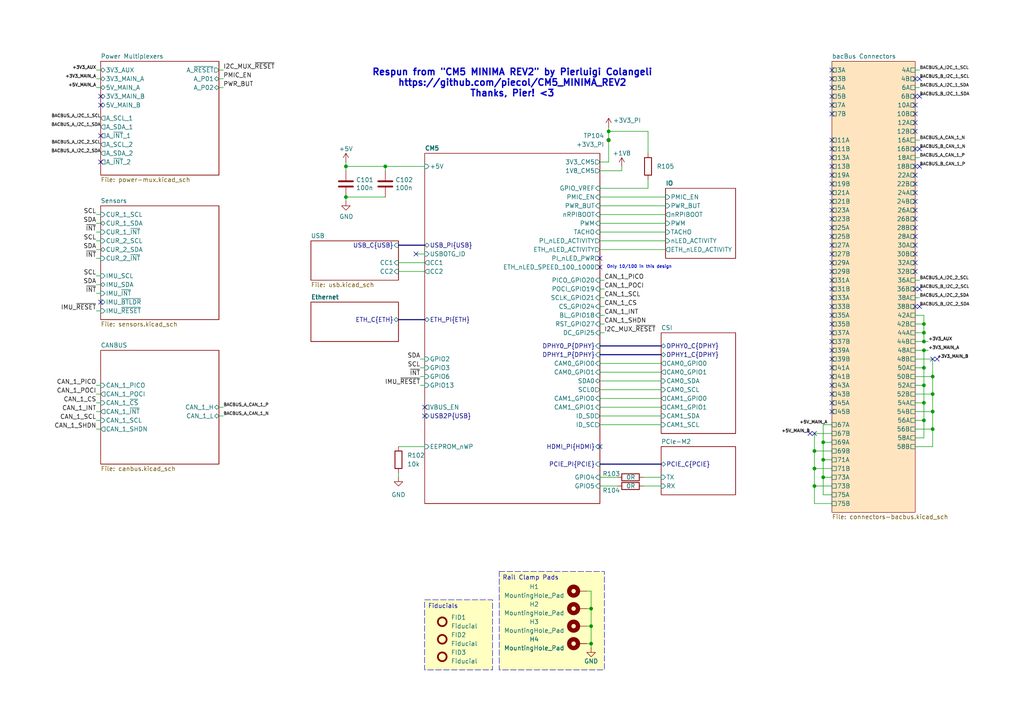
<source format=kicad_sch>
(kicad_sch (version 20231120) (generator "eeschema") (generator_version "8.0")
  (paper "A4")
  (title_block (title "bac SBC Raspberry Pi CM5 Carrier Board v1") (date "2025-03-23") (rev "1") (company "Build a CubeSat") (comment 1 "Original: P. Colangeli, respin: M. Imboden") (comment 2 "CERN-OHL-S-2.0") (comment 3 "https://buildacubesat.space") (comment 4 "Respun from \"CM5 MINIMA REV2\" by Pierluigi Colangeli") (comment 5 "https://github.com/piecol/CM5_MINIMA_REV2") (comment 6 "Thanks, Pier!"))
  (lib_symbols
    (symbol "Connector:TestPoint_Small" (pin_numbers hide) (pin_names (offset 0.762) hide)
      (property "Reference" "TP" (at 0 3.81 0))
      (property "Value" "TestPoint_Small" (at 0 2.032 0))
      (symbol "TestPoint_Small_0_1"
        (circle (center 0 0) (radius 0.508))
      )
      (symbol "TestPoint_Small_1_1"
        (pin passive line (at 0 0 90) (length 0) (name "1") (number "1"))
      )
    )
    (symbol "Device:C" (pin_numbers hide) (pin_names (offset 0.254))
      (property "Reference" "C" (at 0.635 2.54 0))
      (property "Value" "C" (at 0.635 -2.54 0))
      (symbol "C_0_1"
        (polyline (pts (xy -2.032 -0.762) (xy 2.032 -0.762)) (stroke (width 0.508)))
        (polyline (pts (xy -2.032 0.762) (xy 2.032 0.762)) (stroke (width 0.508)))
      )
      (symbol "C_1_1"
        (pin passive line (at 0 3.81 270) (length 2.794) (name "~") (number "1"))
        (pin passive line (at 0 -3.81 90) (length 2.794) (name "~") (number "2"))
      )
    )
    (symbol "Device:R" (pin_numbers hide) (pin_names (offset 0))
      (property "Reference" "R" (at 2.032 0 90))
      (property "Value" "R" (at 0 0 90))
      (symbol "R_0_1"
        (rectangle (start -1.016 -2.54) (end 1.016 2.54) (stroke (width 0.254)))
      )
      (symbol "R_1_1"
        (pin passive line (at 0 3.81 270) (length 1.27) (name "~") (number "1"))
        (pin passive line (at 0 -3.81 90) (length 1.27) (name "~") (number "2"))
      )
    )
    (symbol "Mechanical:Fiducial" (exclude_from_sim yes) (in_bom no)
      (property "Reference" "FID" (at 0 5.08 0))
      (property "Value" "Fiducial" (at 0 3.175 0))
      (symbol "Fiducial_0_1"
        (circle (center 0 0) (radius 1.27) (stroke (width 0.508)) (fill (type background)))
      )
    )
    (symbol "Mechanical:MountingHole_Pad" (pin_numbers hide) (pin_names (offset 1.016) hide) (exclude_from_sim yes) (in_bom no)
      (property "Reference" "H" (at 0 6.35 0))
      (property "Value" "MountingHole_Pad" (at 0 4.445 0))
      (symbol "MountingHole_Pad_0_1"
        (circle (center 0 1.27) (radius 1.27) (stroke (width 1.27)))
      )
      (symbol "MountingHole_Pad_1_1"
        (pin input line (at 0 -2.54 90) (length 2.54) (name "1") (number "1"))
      )
    )
    (symbol "power:+1V8" (power) (pin_numbers hide) (pin_names (offset 0) hide)
      (property "Value" "+1V8" (at 0 3.556 0))
      (symbol "+1V8_0_1"
        (polyline (pts (xy -0.762 1.27) (xy 0 2.54)))
        (polyline (pts (xy 0 0) (xy 0 2.54)))
        (polyline (pts (xy 0 2.54) (xy 0.762 1.27)))
      )
      (symbol "+1V8_1_1"
        (pin power_in line (at 0 0 90) (length 0) (name "~") (number "1"))
      )
    )
    (symbol "power:+3.3V" (power) (pin_numbers hide) (pin_names (offset 0) hide)
      (property "Value" "+3.3V" (at 0 3.556 0))
      (symbol "+3.3V_0_1"
        (polyline (pts (xy -0.762 1.27) (xy 0 2.54)))
        (polyline (pts (xy 0 0) (xy 0 2.54)))
        (polyline (pts (xy 0 2.54) (xy 0.762 1.27)))
      )
      (symbol "+3.3V_1_1"
        (pin power_in line (at 0 0 90) (length 0) (name "~") (number "1"))
      )
    )
    (symbol "power:+3V3" (power) (pin_numbers hide) (pin_names (offset 0) hide)
      (property "Value" "+3V3" (at 0 3.556 0))
      (symbol "+3V3_0_1"
        (polyline (pts (xy -0.762 1.27) (xy 0 2.54)))
        (polyline (pts (xy 0 0) (xy 0 2.54)))
        (polyline (pts (xy 0 2.54) (xy 0.762 1.27)))
      )
      (symbol "+3V3_1_1"
        (pin power_in line (at 0 0 90) (length 0) (name "~") (number "1"))
      )
    )
    (symbol "power:GND" (power) (pin_numbers hide) (pin_names (offset 0) hide)
      (property "Value" "GND" (at 0 -3.81 0))
      (symbol "GND_0_1"
        (polyline (pts (xy 0 0) (xy 0 -1.27) (xy 1.27 -1.27) (xy 0 -2.54) (xy -1.27 -1.27) (xy 0 -1.27)))
      )
      (symbol "GND_1_1"
        (pin power_in line (at 0 0 270) (length 0) (name "~") (number "1"))
      )
    )
  )
  (bus_alias "USB" (members "D_P" "D_N"))
  (junction (at 267.97 93.98))
  (junction (at 270.51 109.22))
  (junction (at 267.97 96.52))
  (junction (at 100.33 48.26))
  (junction (at 238.76 133.35))
  (junction (at 111.76 48.26))
  (junction (at 267.97 99.06))
  (junction (at 270.51 119.38))
  (junction (at 171.45 176.53))
  (junction (at 236.22 135.89))
  (junction (at 236.22 130.81))
  (junction (at 238.76 138.43))
  (junction (at 171.45 186.69))
  (junction (at 267.97 111.76))
  (junction (at 236.22 140.97))
  (junction (at 171.45 181.61))
  (junction (at 176.53 40.64))
  (junction (at 238.76 128.27))
  (junction (at 267.97 116.84))
  (junction (at 270.51 124.46))
  (junction (at 267.97 106.68))
  (junction (at 176.53 38.1))
  (junction (at 267.97 121.92))
  (junction (at 270.51 114.3))
  (junction (at 267.97 101.6))
  (junction (at 100.33 57.15))
  (no_connect (at 265.43 55.88))
  (no_connect (at 241.3 30.48))
  (no_connect (at 29.21 27.94))
  (no_connect (at 265.43 27.94))
  (no_connect (at 266.7 83.82))
  (no_connect (at 265.43 76.2))
  (no_connect (at 241.3 73.66))
  (no_connect (at 270.51 104.14))
  (no_connect (at 241.3 81.28))
  (no_connect (at 241.3 76.2))
  (no_connect (at 241.3 60.96))
  (no_connect (at 266.7 48.26))
  (no_connect (at 265.43 88.9))
  (no_connect (at 266.7 27.94))
  (no_connect (at 265.43 43.18))
  (no_connect (at 241.3 119.38))
  (no_connect (at 241.3 50.8))
  (no_connect (at 120.65 73.66))
  (no_connect (at 241.3 20.32))
  (no_connect (at 241.3 22.86))
  (no_connect (at 265.43 35.56))
  (no_connect (at 241.3 40.64))
  (no_connect (at 265.43 60.96))
  (no_connect (at 265.43 78.74))
  (no_connect (at 265.43 22.86))
  (no_connect (at 241.3 55.88))
  (no_connect (at 234.95 125.73))
  (no_connect (at 241.3 53.34))
  (no_connect (at 123.19 118.11))
  (no_connect (at 241.3 25.4))
  (no_connect (at 236.22 125.73))
  (no_connect (at 265.43 71.12))
  (no_connect (at 271.78 104.14))
  (no_connect (at 241.3 63.5))
  (no_connect (at 241.3 45.72))
  (no_connect (at 265.43 73.66))
  (no_connect (at 123.19 120.65))
  (no_connect (at 266.7 43.18))
  (no_connect (at 241.3 88.9))
  (no_connect (at 266.7 88.9))
  (no_connect (at 241.3 48.26))
  (no_connect (at 265.43 63.5))
  (no_connect (at 29.21 46.99))
  (no_connect (at 241.3 27.94))
  (no_connect (at 265.43 53.34))
  (no_connect (at 265.43 30.48))
  (no_connect (at 241.3 93.98))
  (no_connect (at 173.99 77.47))
  (no_connect (at 241.3 91.44))
  (no_connect (at 241.3 58.42))
  (no_connect (at 265.43 38.1))
  (no_connect (at 241.3 83.82))
  (no_connect (at 241.3 43.18))
  (no_connect (at 265.43 58.42))
  (no_connect (at 241.3 104.14))
  (no_connect (at 265.43 83.82))
  (no_connect (at 241.3 109.22))
  (no_connect (at 173.99 129.54))
  (no_connect (at 265.43 68.58))
  (no_connect (at 241.3 99.06))
  (no_connect (at 266.7 22.86))
  (no_connect (at 29.21 30.48))
  (no_connect (at 241.3 71.12))
  (no_connect (at 241.3 86.36))
  (no_connect (at 241.3 116.84))
  (no_connect (at 241.3 101.6))
  (no_connect (at 241.3 33.02))
  (no_connect (at 241.3 114.3))
  (no_connect (at 241.3 96.52))
  (no_connect (at 173.99 74.93))
  (no_connect (at 265.43 33.02))
  (no_connect (at 241.3 68.58))
  (no_connect (at 265.43 48.26))
  (no_connect (at 265.43 50.8))
  (no_connect (at 241.3 78.74))
  (no_connect (at 241.3 66.04))
  (no_connect (at 29.21 87.63))
  (no_connect (at 29.21 39.37))
  (no_connect (at 241.3 106.68))
  (no_connect (at 265.43 66.04))
  (no_connect (at 241.3 111.76))
  (wire (pts (xy 270.51 114.3) (xy 270.51 119.38)))
  (wire (pts (xy 236.22 140.97) (xy 241.3 140.97)))
  (wire (pts (xy 173.99 67.31) (xy 193.04 67.31)))
  (wire (pts (xy 175.26 86.36) (xy 173.99 86.36)))
  (wire (pts (xy 121.92 111.76) (xy 123.19 111.76)))
  (wire (pts (xy 267.97 91.44) (xy 267.97 93.98)))
  (wire (pts (xy 265.43 101.6) (xy 267.97 101.6)))
  (wire (pts (xy 265.43 91.44) (xy 267.97 91.44)))
  (wire (pts (xy 27.94 111.76) (xy 29.21 111.76)))
  (wire (pts (xy 27.94 114.3) (xy 29.21 114.3)))
  (wire (pts (xy 236.22 130.81) (xy 236.22 135.89)))
  (wire (pts (xy 267.97 116.84) (xy 267.97 121.92)))
  (wire (pts (xy 27.94 85.09) (xy 29.21 85.09)))
  (wire (pts (xy 176.53 46.99) (xy 173.99 46.99)))
  (wire (pts (xy 236.22 130.81) (xy 241.3 130.81)))
  (wire (pts (xy 173.99 54.61) (xy 187.96 54.61)))
  (wire (pts (xy 270.51 124.46) (xy 265.43 124.46)))
  (wire (pts (xy 111.76 49.53) (xy 111.76 48.26)))
  (wire (pts (xy 236.22 125.73) (xy 236.22 130.81)))
  (wire (pts (xy 187.96 52.07) (xy 187.96 54.61)))
  (wire (pts (xy 27.94 22.86) (xy 29.21 22.86)))
  (wire (pts (xy 270.51 114.3) (xy 265.43 114.3)))
  (wire (pts (xy 238.76 143.51) (xy 241.3 143.51)))
  (wire (pts (xy 27.94 74.93) (xy 29.21 74.93)))
  (wire (pts (xy 173.99 57.15) (xy 193.04 57.15)))
  (wire (pts (xy 176.53 40.64) (xy 176.53 46.99)))
  (wire (pts (xy 238.76 128.27) (xy 241.3 128.27)))
  (wire (pts (xy 267.97 106.68) (xy 265.43 106.68)))
  (wire (pts (xy 173.99 105.41) (xy 191.77 105.41)))
  (wire (pts (xy 27.94 80.01) (xy 29.21 80.01)))
  (wire (pts (xy 236.22 125.73) (xy 241.3 125.73)))
  (wire (pts (xy 270.51 129.54) (xy 265.43 129.54)))
  (wire (pts (xy 265.43 45.72) (xy 266.7 45.72)))
  (wire (pts (xy 173.99 115.57) (xy 191.77 115.57)))
  (wire (pts (xy 270.51 104.14) (xy 265.43 104.14)))
  (wire (pts (xy 236.22 135.89) (xy 236.22 140.97)))
  (wire (pts (xy 238.76 123.19) (xy 241.3 123.19)))
  (wire (pts (xy 63.5 118.11) (xy 64.77 118.11)))
  (wire (pts (xy 265.43 93.98) (xy 267.97 93.98)))
  (wire (pts (xy 267.97 99.06) (xy 265.43 99.06)))
  (wire (pts (xy 238.76 133.35) (xy 241.3 133.35)))
  (wire (pts (xy 173.99 72.39) (xy 193.04 72.39)))
  (wire (pts (xy 27.94 82.55) (xy 29.21 82.55)))
  (wire (pts (xy 173.99 59.69) (xy 193.04 59.69)))
  (wire (pts (xy 236.22 135.89) (xy 241.3 135.89)))
  (wire (pts (xy 173.99 64.77) (xy 193.04 64.77)))
  (wire (pts (xy 173.99 69.85) (xy 193.04 69.85)))
  (wire (pts (xy 100.33 57.15) (xy 111.76 57.15)))
  (bus (pts (xy 173.99 102.87) (xy 191.77 102.87)))
  (wire (pts (xy 63.5 20.32) (xy 64.77 20.32)))
  (wire (pts (xy 121.92 109.22) (xy 123.19 109.22)))
  (wire (pts (xy 265.43 96.52) (xy 267.97 96.52)))
  (wire (pts (xy 173.99 123.19) (xy 191.77 123.19)))
  (wire (pts (xy 270.51 104.14) (xy 270.51 109.22)))
  (wire (pts (xy 170.18 186.69) (xy 171.45 186.69)))
  (wire (pts (xy 267.97 121.92) (xy 265.43 121.92)))
  (wire (pts (xy 111.76 48.26) (xy 123.19 48.26)))
  (wire (pts (xy 173.99 49.53) (xy 180.34 49.53)))
  (wire (pts (xy 115.57 78.74) (xy 123.19 78.74)))
  (wire (pts (xy 115.57 137.16) (xy 115.57 138.43)))
  (wire (pts (xy 236.22 140.97) (xy 236.22 146.05)))
  (wire (pts (xy 27.94 119.38) (xy 29.21 119.38)))
  (wire (pts (xy 173.99 118.11) (xy 191.77 118.11)))
  (wire (pts (xy 187.96 38.1) (xy 176.53 38.1)))
  (wire (pts (xy 238.76 138.43) (xy 238.76 143.51)))
  (wire (pts (xy 265.43 20.32) (xy 266.7 20.32)))
  (wire (pts (xy 173.99 62.23) (xy 193.04 62.23)))
  (wire (pts (xy 265.43 86.36) (xy 266.7 86.36)))
  (wire (pts (xy 265.43 40.64) (xy 266.7 40.64)))
  (wire (pts (xy 173.99 140.97) (xy 179.07 140.97)))
  (wire (pts (xy 27.94 67.31) (xy 29.21 67.31)))
  (wire (pts (xy 265.43 25.4) (xy 266.7 25.4)))
  (wire (pts (xy 171.45 181.61) (xy 171.45 186.69)))
  (wire (pts (xy 173.99 93.98) (xy 175.26 93.98)))
  (wire (pts (xy 270.51 109.22) (xy 265.43 109.22)))
  (bus (pts (xy 173.99 134.62) (xy 191.77 134.62)))
  (bus (pts (xy 173.99 100.33) (xy 191.77 100.33)))
  (wire (pts (xy 173.99 107.95) (xy 191.77 107.95)))
  (wire (pts (xy 27.94 72.39) (xy 29.21 72.39)))
  (wire (pts (xy 115.57 76.2) (xy 123.19 76.2)))
  (wire (pts (xy 175.26 91.44) (xy 173.99 91.44)))
  (wire (pts (xy 267.97 127) (xy 265.43 127)))
  (wire (pts (xy 265.43 81.28) (xy 266.7 81.28)))
  (wire (pts (xy 176.53 38.1) (xy 176.53 40.64)))
  (wire (pts (xy 121.92 106.68) (xy 123.19 106.68)))
  (wire (pts (xy 27.94 25.4) (xy 29.21 25.4)))
  (wire (pts (xy 238.76 138.43) (xy 241.3 138.43)))
  (wire (pts (xy 63.5 22.86) (xy 64.77 22.86)))
  (wire (pts (xy 270.51 109.22) (xy 270.51 114.3)))
  (wire (pts (xy 175.26 81.28) (xy 173.99 81.28)))
  (wire (pts (xy 27.94 121.92) (xy 29.21 121.92)))
  (wire (pts (xy 173.99 113.03) (xy 191.77 113.03)))
  (wire (pts (xy 63.5 25.4) (xy 64.77 25.4)))
  (wire (pts (xy 180.34 49.53) (xy 180.34 48.26)))
  (wire (pts (xy 27.94 62.23) (xy 29.21 62.23)))
  (wire (pts (xy 121.92 104.14) (xy 123.19 104.14)))
  (wire (pts (xy 269.24 99.06) (xy 267.97 99.06)))
  (wire (pts (xy 187.96 38.1) (xy 187.96 44.45)))
  (wire (pts (xy 123.19 129.54) (xy 115.57 129.54)))
  (wire (pts (xy 186.69 140.97) (xy 191.77 140.97)))
  (wire (pts (xy 171.45 186.69) (xy 171.45 187.96)))
  (wire (pts (xy 238.76 133.35) (xy 238.76 138.43)))
  (wire (pts (xy 27.94 64.77) (xy 29.21 64.77)))
  (wire (pts (xy 173.99 120.65) (xy 191.77 120.65)))
  (wire (pts (xy 100.33 46.99) (xy 100.33 48.26)))
  (wire (pts (xy 267.97 111.76) (xy 265.43 111.76)))
  (wire (pts (xy 267.97 106.68) (xy 267.97 111.76)))
  (bus (pts (xy 115.57 92.71) (xy 123.19 92.71)))
  (wire (pts (xy 270.51 119.38) (xy 270.51 124.46)))
  (wire (pts (xy 63.5 120.65) (xy 64.77 120.65)))
  (wire (pts (xy 120.65 73.66) (xy 123.19 73.66)))
  (wire (pts (xy 176.53 36.83) (xy 176.53 38.1)))
  (wire (pts (xy 270.51 119.38) (xy 265.43 119.38)))
  (bus (pts (xy 115.57 71.12) (xy 123.19 71.12)))
  (wire (pts (xy 27.94 69.85) (xy 29.21 69.85)))
  (wire (pts (xy 100.33 49.53) (xy 100.33 48.26)))
  (wire (pts (xy 170.18 176.53) (xy 171.45 176.53)))
  (wire (pts (xy 238.76 123.19) (xy 238.76 128.27)))
  (wire (pts (xy 175.26 88.9) (xy 173.99 88.9)))
  (wire (pts (xy 267.97 101.6) (xy 267.97 106.68)))
  (wire (pts (xy 171.45 171.45) (xy 171.45 176.53)))
  (wire (pts (xy 173.99 96.52) (xy 175.26 96.52)))
  (wire (pts (xy 267.97 96.52) (xy 267.97 99.06)))
  (wire (pts (xy 173.99 138.43) (xy 179.07 138.43)))
  (wire (pts (xy 27.94 116.84) (xy 29.21 116.84)))
  (wire (pts (xy 267.97 116.84) (xy 265.43 116.84)))
  (wire (pts (xy 27.94 90.17) (xy 29.21 90.17)))
  (wire (pts (xy 238.76 128.27) (xy 238.76 133.35)))
  (wire (pts (xy 27.94 20.32) (xy 29.21 20.32)))
  (wire (pts (xy 175.26 83.82) (xy 173.99 83.82)))
  (wire (pts (xy 186.69 138.43) (xy 191.77 138.43)))
  (wire (pts (xy 100.33 48.26) (xy 111.76 48.26)))
  (wire (pts (xy 270.51 124.46) (xy 270.51 129.54)))
  (wire (pts (xy 267.97 121.92) (xy 267.97 127)))
  (wire (pts (xy 267.97 93.98) (xy 267.97 96.52)))
  (wire (pts (xy 267.97 111.76) (xy 267.97 116.84)))
  (wire (pts (xy 170.18 171.45) (xy 171.45 171.45)))
  (wire (pts (xy 173.99 110.49) (xy 191.77 110.49)))
  (wire (pts (xy 236.22 146.05) (xy 241.3 146.05)))
  (wire (pts (xy 100.33 57.15) (xy 100.33 58.42)))
  (wire (pts (xy 27.94 124.46) (xy 29.21 124.46)))
  (wire (pts (xy 269.24 101.6) (xy 267.97 101.6)))
  (wire (pts (xy 171.45 176.53) (xy 171.45 181.61)))
  (wire (pts (xy 170.18 181.61) (xy 171.45 181.61)))
  (text_box "Fiducials" (at 123.19 173.99 0) (size 19.685 20.32) (stroke (width 0) (type dash)) (fill (type color) (color 255 255 194 1)) (effects (font (size 1.27 1.27)) (justify left top)))
  (text_box "Rail Clamp Pads" (at 144.78 165.735 0) (size 30.48 28.575) (stroke (width 0) (type dash)) (fill (type color) (color 255 255 194 1)) (effects (font (size 1.27 1.27)) (justify left top)))
  (text "Only 10/100 in this design" (at 185.42 77.47 0) (effects (font (size 0.889 0.889))))
  (text "${COMMENT4}\n${COMMENT5}\n${COMMENT6} <3" (at 148.59 24.13 0) (effects (font (size 1.905 1.905) (thickness 0.381) (bold yes))))
  (label "SDA" (at 27.94 72.39 180))
  (label "CAN_1_SCL" (at 27.94 121.92 180))
  (label "+3V3_AUX" (at 27.94 20.32 180) (effects (font (size 0.889 0.889) (bold yes))))
  (label "+3V3_MAIN_B" (at 271.78 104.14 0) (effects (font (size 0.889 0.889) (bold yes))))
  (label "CAN_1_INT" (at 175.26 91.44 0))
  (label "CAN_1_POCI" (at 175.26 83.82 0))
  (label "BACBUS_A_I2C_2_SCL" (at 29.21 41.91 180) (effects (font (size 0.889 0.889))))
  (label "BACBUS_A_I2C_1_SDA" (at 266.7 25.4 0) (effects (font (size 0.889 0.889))))
  (label "I2C_MUX_~{RESET}" (at 64.77 20.32 0))
  (label "~{INT}" (at 27.94 74.93 180))
  (label "IMU_~{RESET}" (at 27.94 90.17 180))
  (label "~{INT}" (at 27.94 67.31 180))
  (label "SCL" (at 27.94 62.23 180))
  (label "BACBUS_B_I2C_2_SDA" (at 266.7 88.9 0) (effects (font (size 0.889 0.889))))
  (label "+3V3_MAIN_A" (at 269.24 101.6 0) (effects (font (size 0.889 0.889) (bold yes))))
  (label "SCL" (at 27.94 69.85 180))
  (label "~{INT}" (at 27.94 85.09 180))
  (label "CAN_1_PICO" (at 175.26 81.28 0))
  (label "SCL" (at 27.94 80.01 180))
  (label "CAN_1_SHDN" (at 27.94 124.46 180))
  (label "SDA" (at 121.92 104.14 180))
  (label "BACBUS_A_I2C_2_SDA" (at 29.21 44.45 180) (effects (font (size 0.889 0.889))))
  (label "BACBUS_A_CAN_1_P" (at 64.77 118.11 0) (effects (font (size 0.889 0.889))))
  (label "+5V_MAIN_A" (at 240.03 123.19 180) (effects (font (size 0.889 0.889) (bold yes))))
  (label "BACBUS_A_I2C_2_SCL" (at 266.7 81.28 0) (effects (font (size 0.889 0.889))))
  (label "BACBUS_B_I2C_2_SCL" (at 266.7 83.82 0) (effects (font (size 0.889 0.889))))
  (label "BACBUS_A_CAN_1_N" (at 64.77 120.65 0) (effects (font (size 0.889 0.889))))
  (label "+3V3_MAIN_A" (at 27.94 22.86 180) (effects (font (size 0.889 0.889) (bold yes))))
  (label "CAN_1_PICO" (at 27.94 111.76 180))
  (label "BACBUS_B_CAN_1_P" (at 266.7 48.26 0) (effects (font (size 0.889 0.889))))
  (label "BACBUS_B_I2C_1_SCL" (at 266.7 22.86 0) (effects (font (size 0.889 0.889))))
  (label "BACBUS_B_CAN_1_N" (at 266.7 43.18 0) (effects (font (size 0.889 0.889))))
  (label "+5V_MAIN_A" (at 27.94 25.4 180) (effects (font (size 0.889 0.889) (bold yes))))
  (label "SCL" (at 121.92 106.68 180))
  (label "~{INT}" (at 121.92 109.22 180))
  (label "SDA" (at 27.94 82.55 180))
  (label "CAN_1_SHDN" (at 175.26 93.98 0))
  (label "BACBUS_A_I2C_1_SDA" (at 29.21 36.83 180) (effects (font (size 0.889 0.889))))
  (label "+3V3_AUX" (at 269.24 99.06 0) (effects (font (size 0.889 0.889) (bold yes))))
  (label "BACBUS_A_I2C_1_SCL" (at 266.7 20.32 0) (effects (font (size 0.889 0.889))))
  (label "BACBUS_A_CAN_1_P" (at 266.7 45.72 0) (effects (font (size 0.889 0.889))))
  (label "CAN_1_SCL" (at 175.26 86.36 0))
  (label "CAN_1_POCI" (at 27.94 114.3 180))
  (label "PWR_BUT" (at 64.77 25.4 0))
  (label "PMIC_EN" (at 64.77 22.86 0))
  (label "BACBUS_B_I2C_1_SDA" (at 266.7 27.94 0) (effects (font (size 0.889 0.889))))
  (label "BACBUS_A_I2C_1_SCL" (at 29.21 34.29 180) (effects (font (size 0.889 0.889))))
  (label "CAN_1_CS" (at 27.94 116.84 180))
  (label "I2C_MUX_~{RESET}" (at 175.26 96.52 0))
  (label "CAN_1_CS" (at 175.26 88.9 0))
  (label "+5V_MAIN_B" (at 234.95 125.73 180) (effects (font (size 0.889 0.889) (bold yes))))
  (label "BACBUS_A_I2C_2_SDA" (at 266.7 86.36 0) (effects (font (size 0.889 0.889))))
  (label "BACBUS_A_CAN_1_N" (at 266.7 40.64 0) (effects (font (size 0.889 0.889))))
  (label "IMU_~{RESET}" (at 121.92 111.76 180))
  (label "SDA" (at 27.94 64.77 180))
  (label "CAN_1_INT" (at 27.94 119.38 180))
  (symbol (lib_id "power:+1V8") (at 180.34 48.26 0) (unit 1)
    (property "Reference" "#PWR0109" (effects (hide yes)))
    (property "Value" "+1V8" (at 180.34 44.45 0))
    (property "Description" "Power symbol creates a global label with name \"+1V8\"" (effects (hide yes)))
  )
  (symbol (lib_id "Device:R") (at 115.57 133.35 180) (unit 1)
    (property "Reference" "R102" (at 118.11 132.08 0) (effects (justify right)))
    (property "Value" "10k" (at 118.11 134.62 0) (effects (justify right)))
    (property "Footprint" "Resistor_SMD:R_0603_1608Metric" (effects (hide yes)))
    (property "Package" "0402" (effects (hide yes)))
  )
  (symbol (lib_id "Mechanical:MountingHole_Pad") (at 167.64 171.45 90) (unit 1) (exclude_from_sim yes) (in_bom no)
    (property "Reference" "H1" (at 154.94 170.18 90))
    (property "Value" "MountingHole_Pad" (at 154.94 172.72 90))
    (property "Footprint" "bac MicroMod Main Board v1:bac-PCB-Rail-Pad" (effects (hide yes)))
    (property "Description" "Mounting Hole with connection" (effects (hide yes)))
  )
  (symbol (lib_id "power:+3.3V") (at 100.33 46.99 0) (unit 1)
    (property "Reference" "#PWR0101" (effects (hide yes)))
    (property "Value" "+5V" (at 100.33 43.18 0))
    (property "Description" "Power symbol creates a global label with name \"+3.3V\"" (effects (hide yes)))
  )
  (symbol (lib_id "Device:R") (at 182.88 140.97 270) (mirror x) (unit 1)
    (property "Reference" "R104" (at 174.752 142.24 90) (effects (justify left)))
    (property "Value" "0R" (at 181.61 140.97 90) (effects (justify left)))
    (property "Footprint" "Resistor_SMD:R_0603_1608Metric" (effects (hide yes)))
    (property "Field4" "Farnell" (effects (hide yes)))
    (property "Field5" "9233750" (effects (hide yes)))
    (property "Field7" "Rohm" (effects (hide yes)))
    (property "Field6" "MCR10EZPJ000" (effects (hide yes)))
    (property "Part Description" "Resistor 0R M2012 5% " (effects (hide yes)))
    (property "Field8" "121629591" (effects (hide yes)))
  )
  (symbol (lib_id "Mechanical:Fiducial") (at 128.27 190.5 0) (unit 1) (exclude_from_sim yes) (in_bom no)
    (property "Reference" "FID3" (at 130.81 189.23 0) (effects (justify left)))
    (property "Value" "Fiducial" (at 130.81 191.77 0) (effects (justify left)))
    (property "Footprint" "Fiducial:Fiducial_0.5mm_Mask1mm" (effects (hide yes)))
    (property "Description" "Fiducial Marker" (effects (hide yes)))
  )
  (symbol (lib_id "power:GND") (at 171.45 187.96 0) (unit 1)
    (property "Reference" "#PWR01" (effects (hide yes)))
    (property "Value" "GND" (at 171.45 191.77 0))
    (property "Description" "Power symbol creates a global label with name \"GND\" , ground" (effects (hide yes)))
  )
  (symbol (lib_id "Mechanical:Fiducial") (at 128.27 180.34 0) (unit 1) (exclude_from_sim yes) (in_bom no)
    (property "Reference" "FID1" (at 130.81 179.0699 0) (effects (justify left)))
    (property "Value" "Fiducial" (at 130.81 181.61 0) (effects (justify left)))
    (property "Footprint" "Fiducial:Fiducial_0.5mm_Mask1mm" (effects (hide yes)))
    (property "Description" "Fiducial Marker" (effects (hide yes)))
  )
  (symbol (lib_id "Mechanical:MountingHole_Pad") (at 167.64 176.53 90) (unit 1) (exclude_from_sim yes) (in_bom no)
    (property "Reference" "H2" (at 154.94 175.26 90))
    (property "Value" "MountingHole_Pad" (at 154.94 177.8 90))
    (property "Footprint" "bac MicroMod Main Board v1:bac-PCB-Rail-Pad" (effects (hide yes)))
    (property "Description" "Mounting Hole with connection" (effects (hide yes)))
  )
  (symbol (lib_id "power:GND") (at 100.33 58.42 0) (unit 1)
    (property "Reference" "#PWR0104" (effects (hide yes)))
    (property "Value" "GND" (at 100.457 62.8142 0))
    (property "Description" "Power symbol creates a global label with name \"GND\" , ground" (effects (hide yes)))
  )
  (symbol (lib_id "Device:C") (at 100.33 53.34 0) (unit 1)
    (property "Reference" "C101" (at 103.251 52.1716 0) (effects (justify left)))
    (property "Value" "100n" (at 103.251 54.483 0) (effects (justify left)))
    (property "Footprint" "Capacitor_SMD:C_0603_1608Metric" (effects (hide yes)))
    (property "Datasheet" "https://search.murata.co.jp/Ceramy/image/img/A01X/G101/ENG/GRM155R71C104KA88-01.pdf" (effects (hide yes)))
    (property "Field4" "Farnell" (effects (hide yes)))
    (property "Field5" "2611911" (effects (hide yes)))
    (property "Field6" "RM EMK105 B7104KV-F" (effects (hide yes)))
    (property "Field7" "TAIYO YUDEN EUROPE GMBH" (effects (hide yes)))
    (property "Field8" "110091611" (effects (hide yes)))
    (property "Part Description" "	0.1uF 10% 16V Ceramic Capacitor X7R 0402 (1005 Metric)" (effects (hide yes)))
  )
  (symbol (lib_id "Connector:TestPoint_Small") (at 176.53 40.64 0) (mirror y) (unit 1) (in_bom no)
    (property "Reference" "TP104" (at 175.26 39.3699 0) (effects (justify left)))
    (property "Value" "+3V3_PI" (at 175.26 41.9099 0) (effects (justify left)))
    (property "Footprint" "TestPoint:TestPoint_THTPad_D1.0mm_Drill0.5mm" (effects (hide yes)))
    (property "Description" "test point" (effects (hide yes)))
  )
  (symbol (lib_id "Mechanical:Fiducial") (at 128.27 185.42 0) (unit 1) (exclude_from_sim yes) (in_bom no)
    (property "Reference" "FID2" (at 130.81 184.15 0) (effects (justify left)))
    (property "Value" "Fiducial" (at 130.81 186.69 0) (effects (justify left)))
    (property "Footprint" "Fiducial:Fiducial_0.5mm_Mask1mm" (effects (hide yes)))
    (property "Description" "Fiducial Marker" (effects (hide yes)))
  )
  (symbol (lib_id "Device:C") (at 111.76 53.34 0) (unit 1)
    (property "Reference" "C102" (at 114.681 52.1716 0) (effects (justify left)))
    (property "Value" "100n" (at 114.681 54.483 0) (effects (justify left)))
    (property "Footprint" "Capacitor_SMD:C_0603_1608Metric" (effects (hide yes)))
    (property "Datasheet" "https://search.murata.co.jp/Ceramy/image/img/A01X/G101/ENG/GRM155R71C104KA88-01.pdf" (effects (hide yes)))
    (property "Field4" "Farnell" (effects (hide yes)))
    (property "Field5" "2611911" (effects (hide yes)))
    (property "Field6" "RM EMK105 B7104KV-F" (effects (hide yes)))
    (property "Field7" "TAIYO YUDEN EUROPE GMBH" (effects (hide yes)))
    (property "Field8" "110091611" (effects (hide yes)))
    (property "Part Description" "	0.1uF 10% 16V Ceramic Capacitor X7R 0402 (1005 Metric)" (effects (hide yes)))
  )
  (symbol (lib_id "power:+3V3") (at 176.53 36.83 0) (unit 1)
    (property "Reference" "#PWR0108" (effects (hide yes)))
    (property "Value" "+3V3_PI" (at 177.8 34.925 0) (effects (justify left)))
    (property "Description" "Power symbol creates a global label with name \"+3V3\"" (effects (hide yes)))
  )
  (symbol (lib_id "Device:R") (at 182.88 138.43 270) (mirror x) (unit 1)
    (property "Reference" "R103" (at 174.752 137.414 90) (effects (justify left)))
    (property "Value" "0R" (at 181.61 138.43 90) (effects (justify left)))
    (property "Footprint" "Resistor_SMD:R_0603_1608Metric" (effects (hide yes)))
    (property "Field4" "Farnell" (effects (hide yes)))
    (property "Field5" "9233750" (effects (hide yes)))
    (property "Field7" "Rohm" (effects (hide yes)))
    (property "Field6" "MCR10EZPJ000" (effects (hide yes)))
    (property "Part Description" "Resistor 0R M2012 5% " (effects (hide yes)))
    (property "Field8" "121629591" (effects (hide yes)))
  )
  (symbol (lib_id "power:GND") (at 115.57 138.43 0) (unit 1)
    (property "Reference" "#PWR0106" (effects (hide yes)))
    (property "Value" "GND" (at 115.57 143.51 0))
  )
  (symbol (lib_id "Mechanical:MountingHole_Pad") (at 167.64 186.69 90) (unit 1) (exclude_from_sim yes) (in_bom no)
    (property "Reference" "H4" (at 154.94 185.42 90))
    (property "Value" "MountingHole_Pad" (at 154.94 187.96 90))
    (property "Footprint" "bac MicroMod Main Board v1:bac-PCB-Rail-Pad" (effects (hide yes)))
    (property "Description" "Mounting Hole with connection" (effects (hide yes)))
  )
  (symbol (lib_id "Mechanical:MountingHole_Pad") (at 167.64 181.61 90) (unit 1) (exclude_from_sim yes) (in_bom no)
    (property "Reference" "H3" (at 154.94 180.34 90))
    (property "Value" "MountingHole_Pad" (at 154.94 182.88 90))
    (property "Footprint" "bac MicroMod Main Board v1:bac-PCB-Rail-Pad" (effects (hide yes)))
    (property "Description" "Mounting Hole with connection" (effects (hide yes)))
  )
  (symbol (lib_id "Device:R") (at 187.96 48.26 0) (mirror y) (unit 1)
    (property "Reference" "R105" (at 195.58 48.26 0) (effects (justify left)))
    (property "Value" "0R" (effects (hide yes)))
    (property "Footprint" "Resistor_SMD:R_0603_1608Metric" (effects (hide yes)))
    (property "Field4" "Farnell" (effects (hide yes)))
    (property "Field5" "9233750" (effects (hide yes)))
    (property "Field7" "Rohm" (effects (hide yes)))
    (property "Field6" "MCR10EZPJ000" (effects (hide yes)))
    (property "Part Description" "Resistor 0R M2012 5% " (effects (hide yes)))
    (property "Field8" "121629591" (effects (hide yes)))
  )
  (sheet (at 29.21 17.78) (size 34.29 33.02) (stroke (width 0.1524))
    (property "Sheetname" "Power Multiplexers" (at 29.21 17.0684 0) (effects (justify left bottom)))
    (property "Sheetfile" "power-mux.kicad_sch" (at 29.21 51.3846 0) (effects (justify left top)))
    (pin "A_SCL_1" output (at 29.21 34.29 180))
    (pin "A_SDA_1" output (at 29.21 36.83 180))
    (pin "3V3_AUX" bidirectional (at 29.21 20.32 180))
    (pin "A_~{INT}_1" output (at 29.21 39.37 180))
    (pin "A_~{INT}_2" output (at 29.21 46.99 180))
    (pin "A_SCL_2" output (at 29.21 41.91 180))
    (pin "A_SDA_2" output (at 29.21 44.45 180))
    (pin "5V_MAIN_A" bidirectional (at 29.21 25.4 180))
    (pin "A_P02" bidirectional (at 63.5 25.4 0))
    (pin "A_P01" bidirectional (at 63.5 22.86 0))
    (pin "A_~{RESET}" output (at 63.5 20.32 0))
    (pin "3V3_MAIN_A" bidirectional (at 29.21 22.86 180))
    (pin "5V_MAIN_B" bidirectional (at 29.21 30.48 180))
    (pin "3V3_MAIN_B" bidirectional (at 29.21 27.94 180))
  )
  (sheet (at 123.19 44.45) (size 50.8 101.6) (stroke (width 0.1524))
    (property "Sheetname" "CM5" (at 123.19 43.7384 0) (effects (font (thickness 0.254) (bold yes)) (justify left bottom)))
    (property "Sheetfile" "CM5.kicad_sch" (effects (hide yes)))
    (pin "USB_PI{USB}" bidirectional (at 123.19 71.12 180))
    (pin "USBOTG_ID" input (at 123.19 73.66 180))
    (pin "3V3_CM5" output (at 173.99 46.99 0))
    (pin "1V8_CM5" output (at 173.99 49.53 0))
    (pin "SCL0" output (at 173.99 113.03 0))
    (pin "SDA0" bidirectional (at 173.99 110.49 0))
    (pin "ETH_PI{ETH}" bidirectional (at 123.19 92.71 180))
    (pin "EEPROM_nWP" input (at 123.19 129.54 180))
    (pin "HDMI_PI{HDMI}" input (at 173.99 129.54 0))
    (pin "ID_SD" output (at 173.99 120.65 0))
    (pin "CC2" output (at 123.19 78.74 180))
    (pin "CC1" output (at 123.19 76.2 180))
    (pin "ID_SC" output (at 173.99 123.19 0))
    (pin "TACHO" input (at 173.99 67.31 0))
    (pin "PWR_BUT" input (at 173.99 59.69 0))
    (pin "PWM" input (at 173.99 64.77 0))
    (pin "+5V" input (at 123.19 48.26 180))
    (pin "ETH_nLED_ACTIVITY" output (at 173.99 72.39 0))
    (pin "VBUS_EN" output (at 123.19 118.11 180))
    (pin "USB2P{USB}" input (at 123.19 120.65 180))
    (pin "PCIE_PI{PCIE}" input (at 173.99 134.62 0))
    (pin "DPHY0_P{DPHY}" input (at 173.99 100.33 0))
    (pin "PICO_GPIO20" input (at 173.99 81.28 0))
    (pin "SCLK_GPIO21" input (at 173.99 86.36 0))
    (pin "POCI_GPIO19" input (at 173.99 83.82 0))
    (pin "BL_GPIO18" input (at 173.99 91.44 0))
    (pin "RST_GPIO27" input (at 173.99 93.98 0))
    (pin "DC_GPI25" input (at 173.99 96.52 0))
    (pin "CS_GPIO24" input (at 173.99 88.9 0))
    (pin "GPIO_VREF" input (at 173.99 54.61 0))
    (pin "PI_nLED_PWR" output (at 173.99 74.93 0))
    (pin "PI_nLED_ACTIVITY" output (at 173.99 69.85 0))
    (pin "nRPIBOOT" input (at 173.99 62.23 0))
    (pin "GPIO4" input (at 173.99 138.43 0))
    (pin "GPIO5" input (at 173.99 140.97 0))
    (pin "DPHY1_P{DPHY}" input (at 173.99 102.87 0))
    (pin "ETH_nLED_SPEED_100_1000" output (at 173.99 77.47 0))
    (pin "CAM0_GPIO0" input (at 173.99 105.41 0))
    (pin "CAM0_GPIO1" input (at 173.99 107.95 0))
    (pin "CAM1_GPIO0" input (at 173.99 115.57 0))
    (pin "CAM1_GPIO1" input (at 173.99 118.11 0))
    (pin "PMIC_EN" input (at 173.99 57.15 0))
    (pin "GPIO3" input (at 123.19 106.68 180))
    (pin "GPIO2" input (at 123.19 104.14 180))
    (pin "GPIO6" input (at 123.19 109.22 180))
    (pin "GPIO13" input (at 123.19 111.76 180))
  )
  (sheet (at 193.04 54.61) (size 20.32 20.32) (stroke (width 0.1524))
    (property "Sheetname" "IO" (at 193.04 53.8984 0) (effects (font (thickness 0.254) (bold yes)) (justify left bottom)))
    (property "Sheetfile" "IO.kicad_sch" (effects (hide yes)))
    (pin "PWR_BUT" input (at 193.04 59.69 180))
    (pin "nLED_ACTIVITY" input (at 193.04 69.85 180))
    (pin "nRPIBOOT" output (at 193.04 62.23 180))
    (pin "ETH_nLED_ACTIVITY" output (at 193.04 72.39 180))
    (pin "PMIC_EN" input (at 193.04 57.15 180))
    (pin "PWM" input (at 193.04 64.77 180))
    (pin "TACHO" input (at 193.04 67.31 180))
  )
  (sheet (at 90.17 69.85) (size 25.4 11.43) (stroke (width 0.1524))
    (property "Sheetname" "USB" (at 90.17 69.1384 0) (effects (justify left bottom)))
    (property "Sheetfile" "usb.kicad_sch" (at 90.17 81.8646 0) (effects (justify left top)))
    (pin "USB_C{USB}" input (at 115.57 71.12 0))
    (pin "CC1" input (at 115.57 76.2 0))
    (pin "CC2" input (at 115.57 78.74 0))
  )
  (sheet (at 90.17 87.63) (size 25.4 11.43) (stroke (width 0.1524))
    (property "Sheetname" "Ethernet" (at 90.17 86.9184 0) (effects (font (thickness 0.254) (bold yes)) (justify left bottom)))
    (property "Sheetfile" "Ethernet.kicad_sch" (effects (hide yes)))
    (pin "ETH_C{ETH}" bidirectional (at 115.57 92.71 0))
  )
  (sheet (at 29.21 101.6) (size 34.29 33.02) (stroke (width 0.1524))
    (property "Sheetname" "CANBUS" (at 29.21 100.8884 0) (effects (justify left bottom)))
    (property "Sheetfile" "canbus.kicad_sch" (at 29.21 135.2046 0) (effects (justify left top)))
    (pin "CAN_1_L" bidirectional (at 63.5 120.65 0))
    (pin "CAN_1_~{CS}" input (at 29.21 116.84 180))
    (pin "CAN_1_~{INT}" output (at 29.21 119.38 180))
    (pin "CAN_1_SCL" input (at 29.21 121.92 180))
    (pin "CAN_1_PICO" input (at 29.21 111.76 180))
    (pin "CAN_1_POCI" output (at 29.21 114.3 180))
    (pin "CAN_1_SHDN" output (at 29.21 124.46 180))
    (pin "CAN_1_H" bidirectional (at 63.5 118.11 0))
  )
  (sheet (at 241.3 17.78) (size 24.13 130.81) (stroke (width 0.1524)) (fill (color 255 229 191 1.0000))
    (property "Sheetname" "bacBus Connectors" (at 241.3 17.0684 0) (effects (justify left bottom)))
    (property "Sheetfile" "connectors-bacbus.kicad_sch" (at 241.3 149.1746 0) (effects (justify left top)))
    (pin "67A" passive (at 241.3 123.19 180))
    (pin "71A" passive (at 241.3 133.35 180))
    (pin "69A" passive (at 241.3 128.27 180))
    (pin "75A" passive (at 241.3 143.51 180))
    (pin "73A" passive (at 241.3 138.43 180))
    (pin "48A" passive (at 265.43 101.6 0))
    (pin "58A" passive (at 265.43 127 0))
    (pin "56A" passive (at 265.43 121.92 0))
    (pin "50A" passive (at 265.43 106.68 0))
    (pin "52A" passive (at 265.43 111.76 0))
    (pin "54A" passive (at 265.43 116.84 0))
    (pin "33B" passive (at 241.3 88.9 180))
    (pin "35B" passive (at 241.3 93.98 180))
    (pin "39B" passive (at 241.3 104.14 180))
    (pin "43B" passive (at 241.3 114.3 180))
    (pin "45B" passive (at 241.3 119.38 180))
    (pin "41B" passive (at 241.3 109.22 180))
    (pin "37B" passive (at 241.3 99.06 180))
    (pin "58B" passive (at 265.43 129.54 0))
    (pin "50B" passive (at 265.43 109.22 0))
    (pin "48B" passive (at 265.43 104.14 0))
    (pin "52B" passive (at 265.43 114.3 0))
    (pin "56B" passive (at 265.43 124.46 0))
    (pin "54B" passive (at 265.43 119.38 0))
    (pin "38B" passive (at 265.43 88.9 0))
    (pin "44B" passive (at 265.43 99.06 0))
    (pin "36B" passive (at 265.43 83.82 0))
    (pin "67B" passive (at 241.3 125.73 180))
    (pin "73B" passive (at 241.3 140.97 180))
    (pin "75B" passive (at 241.3 146.05 180))
    (pin "71B" passive (at 241.3 135.89 180))
    (pin "69B" passive (at 241.3 130.81 180))
    (pin "42B" passive (at 265.43 93.98 0))
    (pin "32A" passive (at 265.43 76.2 0))
    (pin "30A" passive (at 265.43 71.12 0))
    (pin "6A" passive (at 265.43 25.4 0))
    (pin "12A" passive (at 265.43 35.56 0))
    (pin "10A" passive (at 265.43 30.48 0))
    (pin "16A" passive (at 265.43 40.64 0))
    (pin "18A" passive (at 265.43 45.72 0))
    (pin "22A" passive (at 265.43 50.8 0))
    (pin "28A" passive (at 265.43 68.58 0))
    (pin "26A" passive (at 265.43 60.96 0))
    (pin "24A" passive (at 265.43 55.88 0))
    (pin "5B" passive (at 241.3 27.94 180))
    (pin "3B" passive (at 241.3 22.86 180))
    (pin "13B" passive (at 241.3 48.26 180))
    (pin "11B" passive (at 241.3 43.18 180))
    (pin "7B" passive (at 241.3 33.02 180))
    (pin "44A" passive (at 265.43 96.52 0))
    (pin "42A" passive (at 265.43 91.44 0))
    (pin "38A" passive (at 265.43 86.36 0))
    (pin "36A" passive (at 265.43 81.28 0))
    (pin "29B" passive (at 241.3 78.74 180))
    (pin "23B" passive (at 241.3 63.5 180))
    (pin "21B" passive (at 241.3 58.42 180))
    (pin "25B" passive (at 241.3 68.58 180))
    (pin "27B" passive (at 241.3 73.66 180))
    (pin "19B" passive (at 241.3 53.34 180))
    (pin "31B" passive (at 241.3 83.82 180))
    (pin "27A" passive (at 241.3 71.12 180))
    (pin "31A" passive (at 241.3 81.28 180))
    (pin "43A" passive (at 241.3 111.76 180))
    (pin "35A" passive (at 241.3 91.44 180))
    (pin "37A" passive (at 241.3 96.52 180))
    (pin "29A" passive (at 241.3 76.2 180))
    (pin "39A" passive (at 241.3 101.6 180))
    (pin "45A" passive (at 241.3 116.84 180))
    (pin "41A" passive (at 241.3 106.68 180))
    (pin "19A" passive (at 241.3 50.8 180))
    (pin "33A" passive (at 241.3 86.36 180))
    (pin "21A" passive (at 241.3 55.88 180))
    (pin "23A" passive (at 241.3 60.96 180))
    (pin "25A" passive (at 241.3 66.04 180))
    (pin "11A" passive (at 241.3 40.64 180))
    (pin "13A" passive (at 241.3 45.72 180))
    (pin "7A" passive (at 241.3 30.48 180))
    (pin "3A" passive (at 241.3 20.32 180))
    (pin "5A" passive (at 241.3 25.4 180))
    (pin "6B" passive (at 265.43 27.94 0))
    (pin "4B" passive (at 265.43 22.86 0))
    (pin "32B" passive (at 265.43 78.74 0))
    (pin "30B" passive (at 265.43 73.66 0))
    (pin "16B" passive (at 265.43 43.18 0))
    (pin "18B" passive (at 265.43 48.26 0))
    (pin "22B" passive (at 265.43 53.34 0))
    (pin "26B" passive (at 265.43 63.5 0))
    (pin "28B" passive (at 265.43 66.04 0))
    (pin "24B" passive (at 265.43 58.42 0))
    (pin "12B" passive (at 265.43 38.1 0))
    (pin "10B" passive (at 265.43 33.02 0))
    (pin "4A" passive (at 265.43 20.32 0))
  )
  (sheet (at 191.77 129.54) (size 21.59 13.97) (stroke (width 0.1524))
    (property "Sheetname" "PCIe-M2" (at 191.77 128.8284 0) (effects (justify left bottom)))
    (property "Sheetfile" "PCIe-M2.kicad_sch" (effects (hide yes)))
    (pin "TX" input (at 191.77 138.43 180))
    (pin "RX" input (at 191.77 140.97 180))
    (pin "PCIE_C{PCIE}" bidirectional (at 191.77 134.62 180))
  )
  (sheet (at 191.77 96.52) (size 21.59 29.21) (stroke (width 0.1524))
    (property "Sheetname" "CSI" (at 191.77 95.8084 0) (effects (justify left bottom)))
    (property "Sheetfile" "CSI.kicad_sch" (effects (hide yes)))
    (pin "DPHY0_C{DPHY}" bidirectional (at 191.77 100.33 180))
    (pin "DPHY1_C{DPHY}" bidirectional (at 191.77 102.87 180))
    (pin "CAM1_GPIO1" output (at 191.77 118.11 180))
    (pin "CAM1_GPIO0" output (at 191.77 115.57 180))
    (pin "CAM1_SCL" input (at 191.77 123.19 180))
    (pin "CAM1_SDA" input (at 191.77 120.65 180))
    (pin "CAM0_GPIO1" output (at 191.77 107.95 180))
    (pin "CAM0_SCL" input (at 191.77 113.03 180))
    (pin "CAM0_GPIO0" output (at 191.77 105.41 180))
    (pin "CAM0_SDA" input (at 191.77 110.49 180))
  )
  (sheet (at 29.21 59.69) (size 34.29 33.02) (stroke (width 0.1524))
    (property "Sheetname" "Sensors" (at 29.21 58.9784 0) (effects (justify left bottom)))
    (property "Sheetfile" "sensors.kicad_sch" (at 29.21 93.2946 0) (effects (justify left top)))
    (pin "CUR_2_SDA" bidirectional (at 29.21 72.39 180))
    (pin "CUR_2_~{INT}" input (at 29.21 74.93 180))
    (pin "CUR_2_SCL" input (at 29.21 69.85 180))
    (pin "CUR_1_~{INT}" input (at 29.21 67.31 180))
    (pin "CUR_1_SDA" bidirectional (at 29.21 64.77 180))
    (pin "CUR_1_SCL" input (at 29.21 62.23 180))
    (pin "IMU_SCL" input (at 29.21 80.01 180))
    (pin "IMU_~{INT}" input (at 29.21 85.09 180))
    (pin "IMU_SDA" bidirectional (at 29.21 82.55 180))
    (pin "IMU_~{BTLDR}" input (at 29.21 87.63 180))
    (pin "IMU_~{RESET}" input (at 29.21 90.17 180))
  )
)
</source>
